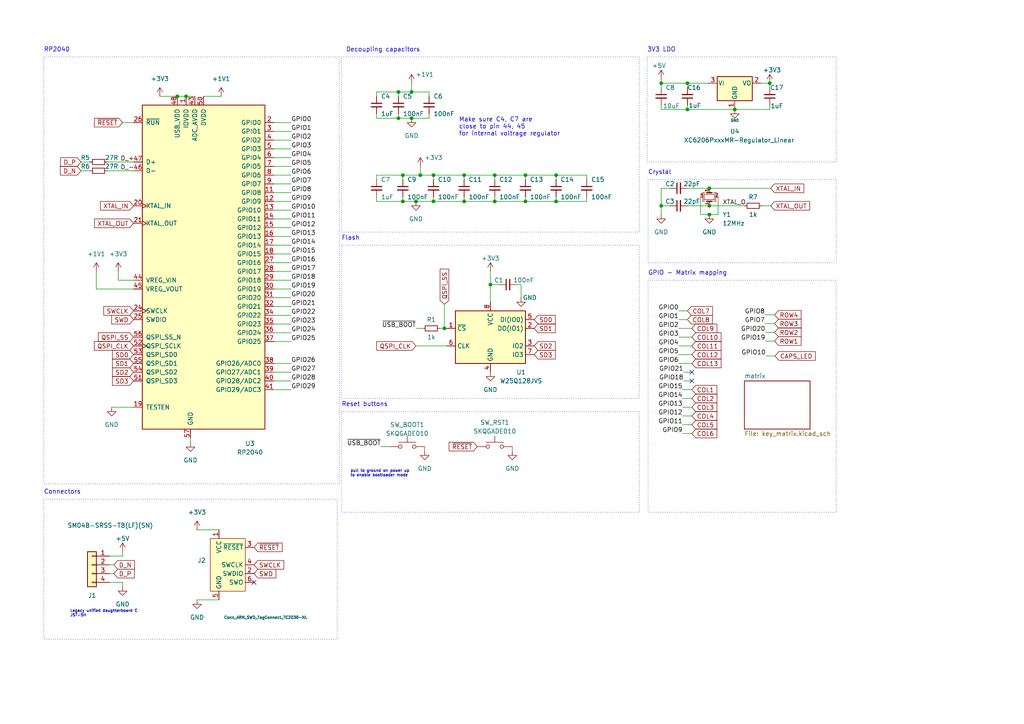
<source format=kicad_sch>
(kicad_sch (version 20231120) (generator "eeschema") (generator_version "8.0")
  (paper "A4")
  (title_block (title "Bully2040") (date "2023-06-23") (rev "0.2") (company "sporkus") (comment 1 "adding alps and layout options"))
  (lib_symbols
    (symbol "+5V_1" (power) (pin_names (offset 0))
      (property "Value" "+5V_1" (at 0 3.556 0))
      (symbol "+5V_1_0_1"
        (polyline (pts (xy -0.762 1.27) (xy 0 2.54)))
        (polyline (pts (xy 0 0) (xy 0 2.54)))
        (polyline (pts (xy 0 2.54) (xy 0.762 1.27)))
      )
      (symbol "+5V_1_1_1"
        (pin power_in line (at 0 0 90) (length 0) hide (name "+5V") (number "1"))
      )
    )
    (symbol "Connector:Conn_ARM_SWD_TagConnect_TC2030-NL" (in_bom no)
      (property "Reference" "J" (at 2.54 11.43 0))
      (property "Value" "Conn_ARM_SWD_TagConnect_TC2030-NL" (at 2.54 8.89 0))
      (symbol "Conn_ARM_SWD_TagConnect_TC2030-NL_0_0"
        (pin power_in line (at -2.54 10.16 270) (length 2.54) (name "VCC") (number "1"))
        (pin bidirectional line (at 7.62 -2.54 180) (length 2.54) (name "SWDIO") (number "2"))
        (pin open_collector line (at 7.62 5.08 180) (length 2.54) (name "~{RESET}") (number "3"))
        (pin output line (at 7.62 0 180) (length 2.54) (name "SWCLK") (number "4"))
        (pin power_in line (at -2.54 -10.16 90) (length 2.54) (name "GND") (number "5"))
        (pin input line (at 7.62 -5.08 180) (length 2.54) (name "SWO") (number "6"))
      )
      (symbol "Conn_ARM_SWD_TagConnect_TC2030-NL_0_1"
        (rectangle (start -5.08 7.62) (end 5.08 -7.62) (fill (type background)))
      )
    )
    (symbol "Connector_Generic:Conn_01x04" (pin_names (offset 1.016) hide)
      (property "Reference" "J" (at 0 5.08 0))
      (property "Value" "Conn_01x04" (at 0 -7.62 0))
      (symbol "Conn_01x04_1_1"
        (rectangle (start -1.27 -4.953) (end 0 -5.207) (stroke (width 0.1524)))
        (rectangle (start -1.27 -2.413) (end 0 -2.667) (stroke (width 0.1524)))
        (rectangle (start -1.27 0.127) (end 0 -0.127) (stroke (width 0.1524)))
        (rectangle (start -1.27 2.667) (end 0 2.413) (stroke (width 0.1524)))
        (rectangle (start -1.27 3.81) (end 1.27 -6.35) (stroke (width 0.254)) (fill (type background)))
        (pin passive line (at -5.08 2.54 0) (length 3.81) (name "Pin_1") (number "1"))
        (pin passive line (at -5.08 0 0) (length 3.81) (name "Pin_2") (number "2"))
        (pin passive line (at -5.08 -2.54 0) (length 3.81) (name "Pin_3") (number "3"))
        (pin passive line (at -5.08 -5.08 0) (length 3.81) (name "Pin_4") (number "4"))
      )
    )
    (symbol "Device:C_Small" (pin_numbers hide) (pin_names (offset 0.254) hide)
      (property "Reference" "C" (at 0.254 1.778 0))
      (property "Value" "C_Small" (at 0.254 -2.032 0))
      (symbol "C_Small_0_1"
        (polyline (pts (xy -1.524 -0.508) (xy 1.524 -0.508)) (stroke (width 0.3302)))
        (polyline (pts (xy -1.524 0.508) (xy 1.524 0.508)) (stroke (width 0.3048)))
      )
      (symbol "C_Small_1_1"
        (pin passive line (at 0 2.54 270) (length 2.032) (name "~") (number "1"))
        (pin passive line (at 0 -2.54 90) (length 2.032) (name "~") (number "2"))
      )
    )
    (symbol "Device:Crystal_GND24_Small" (pin_names (offset 1.016) hide)
      (property "Reference" "Y" (at 1.27 4.445 0))
      (property "Value" "Crystal_GND24_Small" (at 1.27 2.54 0))
      (symbol "Crystal_GND24_Small_0_1"
        (rectangle (start -0.762 -1.524) (end 0.762 1.524))
        (polyline (pts (xy -1.27 -0.762) (xy -1.27 0.762)) (stroke (width 0.381)))
        (polyline (pts (xy 1.27 -0.762) (xy 1.27 0.762)) (stroke (width 0.381)))
        (polyline (pts (xy -1.27 -1.27) (xy -1.27 -1.905) (xy 1.27 -1.905) (xy 1.27 -1.27)))
        (polyline (pts (xy -1.27 1.27) (xy -1.27 1.905) (xy 1.27 1.905) (xy 1.27 1.27)))
      )
      (symbol "Crystal_GND24_Small_1_1"
        (pin passive line (at -2.54 0 0) (length 1.27) (name "1") (number "1"))
        (pin passive line (at 0 -2.54 90) (length 0.635) (name "2") (number "2"))
        (pin passive line (at 2.54 0 180) (length 1.27) (name "3") (number "3"))
        (pin passive line (at 0 2.54 270) (length 0.635) (name "4") (number "4"))
      )
    )
    (symbol "Device:R_Small" (pin_numbers hide) (pin_names (offset 0.254) hide)
      (property "Reference" "R" (at 0.762 0.508 0))
      (property "Value" "R_Small" (at 0.762 -1.016 0))
      (symbol "R_Small_0_1"
        (rectangle (start -0.762 1.778) (end 0.762 -1.778) (stroke (width 0.2032)))
      )
      (symbol "R_Small_1_1"
        (pin passive line (at 0 2.54 270) (length 0.762) (name "~") (number "1"))
        (pin passive line (at 0 -2.54 90) (length 0.762) (name "~") (number "2"))
      )
    )
    (symbol "Memory_Flash:W25Q128JVS"
      (property "Reference" "U" (at -8.89 8.89 0))
      (property "Value" "W25Q128JVS" (at 7.62 8.89 0))
      (symbol "W25Q128JVS_0_1"
        (rectangle (start -10.16 7.62) (end 10.16 -7.62) (stroke (width 0.254)) (fill (type background)))
      )
      (symbol "W25Q128JVS_1_1"
        (pin input line (at -12.7 2.54 0) (length 2.54) (name "~{CS}") (number "1"))
        (pin bidirectional line (at 12.7 2.54 180) (length 2.54) (name "DO(IO1)") (number "2"))
        (pin bidirectional line (at 12.7 -2.54 180) (length 2.54) (name "IO2") (number "3"))
        (pin power_in line (at 0 -10.16 90) (length 2.54) (name "GND") (number "4"))
        (pin bidirectional line (at 12.7 5.08 180) (length 2.54) (name "DI(IO0)") (number "5"))
        (pin input line (at -12.7 -2.54 0) (length 2.54) (name "CLK") (number "6"))
        (pin bidirectional line (at 12.7 -5.08 180) (length 2.54) (name "IO3") (number "7"))
        (pin power_in line (at 0 10.16 270) (length 2.54) (name "VCC") (number "8"))
      )
    )
    (symbol "Sleep-lib:RP2040" (pin_names (offset 1.016))
      (property "Reference" "U" (at 8.89 51.435 0))
      (property "Value" "RP2040" (at 8.89 48.895 0))
      (symbol "RP2040_0_0"
        (rectangle (start -17.78 -45.72) (end 17.78 48.26) (stroke (width 0.254)) (fill (type background)))
      )
      (symbol "RP2040_1_1"
        (pin power_in line (at -5.08 50.8 270) (length 2.54) (name "IOVDD") (number "1"))
        (pin power_in line (at -5.08 50.8 270) (length 2.54) hide (name "IOVDD") (number "10"))
        (pin input line (at 20.32 22.86 180) (length 2.54) (name "GPIO8") (number "11"))
        (pin input line (at 20.32 20.32 180) (length 2.54) (name "GPIO9") (number "12"))
        (pin input line (at 20.32 17.78 180) (length 2.54) (name "GPIO10") (number "13"))
        (pin input line (at 20.32 15.24 180) (length 2.54) (name "GPIO11") (number "14"))
        (pin input line (at 20.32 12.7 180) (length 2.54) (name "GPIO12") (number "15"))
        (pin input line (at 20.32 10.16 180) (length 2.54) (name "GPIO13") (number "16"))
        (pin input line (at 20.32 7.62 180) (length 2.54) (name "GPIO14") (number "17"))
        (pin input line (at 20.32 5.08 180) (length 2.54) (name "GPIO15") (number "18"))
        (pin input line (at -20.32 -39.37 0) (length 2.54) (name "TESTEN") (number "19"))
        (pin input line (at 20.32 43.18 180) (length 2.54) (name "GPIO0") (number "2"))
        (pin input clock (at -20.32 19.05 0) (length 2.54) (name "XTAL_IN") (number "20"))
        (pin input clock (at -20.32 13.97 0) (length 2.54) (name "XTAL_OUT") (number "21"))
        (pin power_in line (at -5.08 50.8 270) (length 2.54) hide (name "IOVDD") (number "22"))
        (pin power_in line (at 0 50.8 270) (length 2.54) hide (name "DVDD") (number "23"))
        (pin input clock (at -20.32 -11.43 0) (length 2.54) (name "SWCLK") (number "24"))
        (pin bidirectional line (at -20.32 -13.97 0) (length 2.54) (name "SWDIO") (number "25"))
        (pin input line (at -20.32 43.18 0) (length 2.54) (name "~{RUN}") (number "26"))
        (pin input line (at 20.32 2.54 180) (length 2.54) (name "GPIO16") (number "27"))
        (pin input line (at 20.32 0 180) (length 2.54) (name "GPIO17") (number "28"))
        (pin input line (at 20.32 -2.54 180) (length 2.54) (name "GPIO18") (number "29"))
        (pin input line (at 20.32 40.64 180) (length 2.54) (name "GPIO1") (number "3"))
        (pin input line (at 20.32 -5.08 180) (length 2.54) (name "GPIO19") (number "30"))
        (pin input line (at 20.32 -7.62 180) (length 2.54) (name "GPIO20") (number "31"))
        (pin input line (at 20.32 -10.16 180) (length 2.54) (name "GPIO21") (number "32"))
        (pin power_in line (at -5.08 50.8 270) (length 2.54) hide (name "IOVDD") (number "33"))
        (pin input line (at 20.32 -12.7 180) (length 2.54) (name "GPIO22") (number "34"))
        (pin input line (at 20.32 -15.24 180) (length 2.54) (name "GPIO23") (number "35"))
        (pin input line (at 20.32 -17.78 180) (length 2.54) (name "GPIO24") (number "36"))
        (pin input line (at 20.32 -20.32 180) (length 2.54) (name "GPIO25") (number "37"))
        (pin input line (at 20.32 -26.67 180) (length 2.54) (name "GPIO26/ADC0") (number "38"))
        (pin input line (at 20.32 -29.21 180) (length 2.54) (name "GPIO27/ADC1") (number "39"))
        (pin input line (at 20.32 38.1 180) (length 2.54) (name "GPIO2") (number "4"))
        (pin input line (at 20.32 -31.75 180) (length 2.54) (name "GPIO28/ADC2") (number "40"))
        (pin input line (at 20.32 -34.29 180) (length 2.54) (name "GPIO29/ADC3") (number "41"))
        (pin power_in line (at -5.08 50.8 270) (length 2.54) hide (name "IOVDD") (number "42"))
        (pin power_in line (at -2.54 50.8 270) (length 2.54) (name "ADC_AVDD") (number "43"))
        (pin power_in line (at -20.32 -2.54 0) (length 2.54) (name "VREG_VIN") (number "44"))
        (pin power_out line (at -20.32 -5.08 0) (length 2.54) (name "VREG_VOUT") (number "45"))
        (pin bidirectional line (at -20.32 29.21 0) (length 2.54) (name "D-") (number "46"))
        (pin bidirectional line (at -20.32 31.75 0) (length 2.54) (name "D+") (number "47"))
        (pin power_in line (at -7.62 50.8 270) (length 2.54) (name "USB_VDD") (number "48"))
        (pin power_in line (at -5.08 50.8 270) (length 2.54) hide (name "IOVDD") (number "49"))
        (pin input line (at 20.32 35.56 180) (length 2.54) (name "GPIO3") (number "5"))
        (pin power_in line (at 0 50.8 270) (length 2.54) (name "DVDD") (number "50"))
        (pin bidirectional line (at -20.32 -31.75 0) (length 2.54) (name "QSPI_SD3") (number "51"))
        (pin input clock (at -20.32 -21.59 0) (length 2.54) (name "QSPI_SCLK") (number "52"))
        (pin bidirectional line (at -20.32 -24.13 0) (length 2.54) (name "QSPI_SD0") (number "53"))
        (pin bidirectional line (at -20.32 -29.21 0) (length 2.54) (name "QSPI_SD2") (number "54"))
        (pin bidirectional line (at -20.32 -26.67 0) (length 2.54) (name "QSPI_SD1") (number "55"))
        (pin bidirectional line (at -20.32 -19.05 0) (length 2.54) (name "QSPI_SS_N") (number "56"))
        (pin power_in line (at -3.81 -48.26 90) (length 2.54) (name "GND") (number "57"))
        (pin input line (at 20.32 33.02 180) (length 2.54) (name "GPIO4") (number "6"))
        (pin input line (at 20.32 30.48 180) (length 2.54) (name "GPIO5") (number "7"))
        (pin input line (at 20.32 27.94 180) (length 2.54) (name "GPIO6") (number "8"))
        (pin input line (at 20.32 25.4 180) (length 2.54) (name "GPIO7") (number "9"))
      )
    )
    (symbol "Switch:SW_Push" (pin_numbers hide) (pin_names (offset 1.016) hide)
      (property "Reference" "SW" (at 1.27 2.54 0))
      (property "Value" "SW_Push" (at 0 -1.524 0))
      (symbol "SW_Push_0_1"
        (circle (center -2.032 0) (radius 0.508))
        (polyline (pts (xy 0 1.27) (xy 0 3.048)))
        (polyline (pts (xy 2.54 1.27) (xy -2.54 1.27)))
        (circle (center 2.032 0) (radius 0.508))
        (pin passive line (at -5.08 0 0) (length 2.54) (name "1") (number "1"))
        (pin passive line (at 5.08 0 180) (length 2.54) (name "2") (number "2"))
      )
    )
    (symbol "kicad-keyboard-parts:XC6206PxxxMR-Regulator_Linear" (pin_names (offset 0.254))
      (property "Reference" "U" (at -3.81 3.175 0))
      (property "Value" "XC6206PxxxMR-Regulator_Linear" (at 0 3.175 0))
      (property "LCSC" "C5446" (at 0 0 0))
      (symbol "XC6206PxxxMR-Regulator_Linear_0_1"
        (rectangle (start -5.08 1.905) (end 5.08 -5.08) (stroke (width 0.254)) (fill (type background)))
      )
      (symbol "XC6206PxxxMR-Regulator_Linear_1_1"
        (pin power_in line (at 0 -7.62 90) (length 2.54) (name "GND") (number "1"))
        (pin power_out line (at 7.62 0 180) (length 2.54) (name "VO") (number "2"))
        (pin power_in line (at -7.62 0 0) (length 2.54) (name "VI") (number "3"))
      )
    )
    (symbol "power:+1V1" (power) (pin_names (offset 0))
      (property "Value" "+1V1" (at 0 3.556 0))
      (symbol "+1V1_0_1"
        (polyline (pts (xy -0.762 1.27) (xy 0 2.54)))
        (polyline (pts (xy 0 0) (xy 0 2.54)))
        (polyline (pts (xy 0 2.54) (xy 0.762 1.27)))
      )
      (symbol "+1V1_1_1"
        (pin power_in line (at 0 0 90) (length 0) hide (name "+1V1") (number "1"))
      )
    )
    (symbol "power:+3.3V" (power) (pin_names (offset 0))
      (property "Value" "+3.3V" (at 0 3.556 0))
      (symbol "+3.3V_0_1"
        (polyline (pts (xy -0.762 1.27) (xy 0 2.54)))
        (polyline (pts (xy 0 0) (xy 0 2.54)))
        (polyline (pts (xy 0 2.54) (xy 0.762 1.27)))
      )
      (symbol "+3.3V_1_1"
        (pin power_in line (at 0 0 90) (length 0) hide (name "+3V3") (number "1"))
      )
    )
    (symbol "power:+3V3" (power) (pin_names (offset 0))
      (property "Value" "+3V3" (at 0 3.556 0))
      (symbol "+3V3_0_1"
        (polyline (pts (xy -0.762 1.27) (xy 0 2.54)))
        (polyline (pts (xy 0 0) (xy 0 2.54)))
        (polyline (pts (xy 0 2.54) (xy 0.762 1.27)))
      )
      (symbol "+3V3_1_1"
        (pin power_in line (at 0 0 90) (length 0) hide (name "+3V3") (number "1"))
      )
    )
    (symbol "power:+5V" (power) (pin_names (offset 0))
      (property "Value" "+5V" (at 0 3.556 0))
      (symbol "+5V_0_1"
        (polyline (pts (xy -0.762 1.27) (xy 0 2.54)))
        (polyline (pts (xy 0 0) (xy 0 2.54)))
        (polyline (pts (xy 0 2.54) (xy 0.762 1.27)))
      )
      (symbol "+5V_1_1"
        (pin power_in line (at 0 0 90) (length 0) hide (name "+5V") (number "1"))
      )
    )
    (symbol "power:GND" (power) (pin_names (offset 0))
      (property "Value" "GND" (at 0 -3.81 0))
      (symbol "GND_0_1"
        (polyline (pts (xy 0 0) (xy 0 -1.27) (xy 1.27 -1.27) (xy 0 -2.54) (xy -1.27 -1.27) (xy 0 -1.27)))
      )
      (symbol "GND_1_1"
        (pin power_in line (at 0 0 270) (length 0) hide (name "GND") (number "1"))
      )
    )
  )
  (junction (at 205.74 62.23))
  (junction (at 205.74 59.69))
  (junction (at 53.975 27.94))
  (junction (at 120.65 58.42))
  (junction (at 116.84 58.42))
  (junction (at 134.62 58.42))
  (junction (at 134.62 50.8))
  (junction (at 143.51 58.42))
  (junction (at 152.4 50.8))
  (junction (at 143.51 50.8))
  (junction (at 128.905 95.25))
  (junction (at 152.4 58.42))
  (junction (at 116.84 50.8))
  (junction (at 142.24 82.55))
  (junction (at 199.39 31.75))
  (junction (at 115.57 26.67))
  (junction (at 191.77 24.13))
  (junction (at 191.77 59.69))
  (junction (at 223.266 24.13) (diameter 0.9144))
  (junction (at 121.92 50.8))
  (junction (at 125.73 50.8))
  (junction (at 51.435 27.94))
  (junction (at 125.73 58.42))
  (junction (at 161.29 58.42))
  (junction (at 115.57 34.29))
  (junction (at 213.106 31.75) (diameter 0.9144))
  (junction (at 161.29 50.8))
  (junction (at 119.38 26.67))
  (junction (at 205.74 54.61))
  (junction (at 199.39 24.13))
  (junction (at 119.38 34.29))
  (no_connect (at 73.66 168.91))
  (no_connect (at 200.66 107.95))
  (no_connect (at 200.66 110.49))
  (wire (pts (xy 196.85 102.87) (xy 200.66 102.87)))
  (wire (pts (xy 196.85 90.17) (xy 199.39 90.17)))
  (wire (pts (xy 84.455 86.36) (xy 79.375 86.36)))
  (wire (pts (xy 35.56 168.91) (xy 31.75 168.91)))
  (wire (pts (xy 119.38 24.13) (xy 119.38 26.67)))
  (wire (pts (xy 191.77 22.86) (xy 191.77 24.13)))
  (wire (pts (xy 121.92 48.26) (xy 121.92 50.8)))
  (wire (pts (xy 125.73 50.8) (xy 134.62 50.8)))
  (wire (pts (xy 134.62 50.8) (xy 134.62 52.07)))
  (wire (pts (xy 23.495 49.53) (xy 26.035 49.53)))
  (wire (pts (xy 63.5 153.67) (xy 57.15 153.67)))
  (wire (pts (xy 79.375 83.82) (xy 84.455 83.82)))
  (wire (pts (xy 199.39 59.69) (xy 205.74 59.69)))
  (wire (pts (xy 205.74 59.69) (xy 215.9 59.69)))
  (wire (pts (xy 220.98 59.69) (xy 223.52 59.69)))
  (wire (pts (xy 191.77 24.13) (xy 199.39 24.13)))
  (wire (pts (xy 152.4 50.8) (xy 161.29 50.8)))
  (wire (pts (xy 161.29 50.8) (xy 161.29 52.07)))
  (wire (pts (xy 143.51 50.8) (xy 152.4 50.8)))
  (wire (pts (xy 134.62 50.8) (xy 143.51 50.8)))
  (wire (pts (xy 79.375 53.34) (xy 84.455 53.34)))
  (wire (pts (xy 191.77 59.69) (xy 191.77 62.23)))
  (wire (pts (xy 221.996 98.933) (xy 224.663 98.933)))
  (wire (pts (xy 84.455 110.49) (xy 79.375 110.49)))
  (wire (pts (xy 55.245 127) (xy 55.245 128.397)))
  (wire (pts (xy 84.455 91.44) (xy 79.375 91.44)))
  (wire (pts (xy 128.905 95.25) (xy 129.54 95.25)))
  (wire (pts (xy 221.996 96.393) (xy 224.663 96.393)))
  (wire (pts (xy 31.115 46.99) (xy 38.735 46.99)))
  (wire (pts (xy 33.02 163.83) (xy 31.75 163.83)))
  (wire (pts (xy 221.869 91.313) (xy 224.663 91.313)))
  (wire (pts (xy 127.635 95.25) (xy 128.905 95.25)))
  (wire (pts (xy 198.247 110.49) (xy 200.66 110.49)))
  (wire (pts (xy 199.39 30.48) (xy 199.39 31.75)))
  (wire (pts (xy 191.77 25.4) (xy 191.77 24.13)))
  (wire (pts (xy 203.2 57.15) (xy 203.2 62.23)))
  (wire (pts (xy 203.2 62.23) (xy 205.74 62.23)))
  (wire (pts (xy 59.055 27.94) (xy 64.135 27.94)))
  (wire (pts (xy 84.455 113.03) (xy 79.375 113.03)))
  (wire (pts (xy 34.29 78.74) (xy 34.29 81.28)))
  (wire (pts (xy 115.57 33.02) (xy 115.57 34.29)))
  (wire (pts (xy 23.495 46.99) (xy 26.035 46.99)))
  (wire (pts (xy 35.56 160.02) (xy 35.56 161.29)))
  (wire (pts (xy 51.435 27.94) (xy 53.975 27.94)))
  (wire (pts (xy 46.355 27.94) (xy 51.435 27.94)))
  (wire (pts (xy 53.975 27.94) (xy 56.515 27.94)))
  (wire (pts (xy 208.28 62.23) (xy 205.74 62.23)))
  (wire (pts (xy 208.28 57.15) (xy 208.28 62.23)))
  (wire (pts (xy 151.13 82.55) (xy 151.13 86.36)))
  (wire (pts (xy 79.375 68.58) (xy 84.455 68.58)))
  (wire (pts (xy 191.77 59.69) (xy 194.31 59.69)))
  (wire (pts (xy 194.31 54.61) (xy 191.77 54.61)))
  (wire (pts (xy 191.77 54.61) (xy 191.77 59.69)))
  (wire (pts (xy 79.375 40.64) (xy 84.455 40.64)))
  (wire (pts (xy 128.905 88.265) (xy 128.905 95.25)))
  (wire (pts (xy 34.29 81.28) (xy 38.735 81.28)))
  (wire (pts (xy 79.375 45.72) (xy 84.455 45.72)))
  (wire (pts (xy 213.106 31.75) (xy 223.266 31.75)))
  (wire (pts (xy 79.375 76.2) (xy 84.455 76.2)))
  (wire (pts (xy 32.385 118.11) (xy 38.735 118.11)))
  (wire (pts (xy 120.65 95.25) (xy 122.555 95.25)))
  (wire (pts (xy 222.123 103.251) (xy 224.79 103.251)))
  (wire (pts (xy 125.73 58.42) (xy 134.62 58.42)))
  (wire (pts (xy 134.62 58.42) (xy 134.62 57.15)))
  (wire (pts (xy 142.24 82.55) (xy 142.24 87.63)))
  (wire (pts (xy 149.86 82.55) (xy 151.13 82.55)))
  (wire (pts (xy 33.02 166.37) (xy 31.75 166.37)))
  (wire (pts (xy 143.51 50.8) (xy 143.51 52.07)))
  (wire (pts (xy 84.455 93.98) (xy 79.375 93.98)))
  (wire (pts (xy 79.375 81.28) (xy 84.455 81.28)))
  (wire (pts (xy 191.77 30.48) (xy 191.77 31.75)))
  (wire (pts (xy 143.51 57.15) (xy 143.51 58.42)))
  (wire (pts (xy 116.84 57.15) (xy 116.84 58.42)))
  (wire (pts (xy 79.375 66.04) (xy 84.455 66.04)))
  (wire (pts (xy 196.85 97.79) (xy 200.66 97.79)))
  (wire (pts (xy 119.38 34.29) (xy 124.46 34.29)))
  (wire (pts (xy 124.46 34.29) (xy 124.46 33.02)))
  (wire (pts (xy 161.29 50.8) (xy 170.18 50.8)))
  (wire (pts (xy 170.18 50.8) (xy 170.18 52.07)))
  (wire (pts (xy 191.77 31.75) (xy 199.39 31.75)))
  (wire (pts (xy 197.993 115.57) (xy 200.66 115.57)))
  (wire (pts (xy 79.375 35.56) (xy 84.455 35.56)))
  (wire (pts (xy 84.455 105.41) (xy 79.375 105.41)))
  (wire (pts (xy 79.375 43.18) (xy 84.455 43.18)))
  (wire (pts (xy 223.266 24.13) (xy 223.266 25.4)))
  (wire (pts (xy 109.22 50.8) (xy 116.84 50.8)))
  (wire (pts (xy 116.84 50.8) (xy 116.84 52.07)))
  (wire (pts (xy 109.22 58.42) (xy 116.84 58.42)))
  (wire (pts (xy 125.73 58.42) (xy 125.73 57.15)))
  (wire (pts (xy 120.65 100.33) (xy 129.54 100.33)))
  (wire (pts (xy 152.4 50.8) (xy 152.4 52.07)))
  (wire (pts (xy 148.59 129.54) (xy 148.59 130.81)))
  (wire (pts (xy 125.73 50.8) (xy 125.73 52.07)))
  (wire (pts (xy 196.85 105.41) (xy 200.66 105.41)))
  (wire (pts (xy 142.24 78.74) (xy 142.24 82.55)))
  (wire (pts (xy 152.4 58.42) (xy 161.29 58.42)))
  (wire (pts (xy 143.51 58.42) (xy 152.4 58.42)))
  (wire (pts (xy 161.29 58.42) (xy 161.29 57.15)))
  (wire (pts (xy 134.62 58.42) (xy 143.51 58.42)))
  (wire (pts (xy 110.49 129.54) (xy 113.03 129.54)))
  (wire (pts (xy 79.375 50.8) (xy 84.455 50.8)))
  (wire (pts (xy 119.38 26.67) (xy 124.46 26.67)))
  (wire (pts (xy 124.46 26.67) (xy 124.46 27.94)))
  (wire (pts (xy 152.4 57.15) (xy 152.4 58.42)))
  (wire (pts (xy 109.22 34.29) (xy 115.57 34.29)))
  (wire (pts (xy 109.22 33.02) (xy 109.22 34.29)))
  (wire (pts (xy 27.94 78.74) (xy 27.94 83.82)))
  (wire (pts (xy 115.57 26.67) (xy 115.57 27.94)))
  (wire (pts (xy 109.22 57.15) (xy 109.22 58.42)))
  (wire (pts (xy 84.455 107.95) (xy 79.375 107.95)))
  (wire (pts (xy 221.869 93.853) (xy 224.663 93.853)))
  (wire (pts (xy 79.375 78.74) (xy 84.455 78.74)))
  (wire (pts (xy 223.266 30.48) (xy 223.266 31.75)))
  (wire (pts (xy 197.993 125.73) (xy 200.66 125.73)))
  (wire (pts (xy 123.19 129.54) (xy 123.19 130.81)))
  (wire (pts (xy 79.375 71.12) (xy 84.455 71.12)))
  (wire (pts (xy 199.39 24.13) (xy 205.486 24.13)))
  (wire (pts (xy 116.84 58.42) (xy 120.65 58.42)))
  (wire (pts (xy 79.375 48.26) (xy 84.455 48.26)))
  (wire (pts (xy 170.18 58.42) (xy 170.18 57.15)))
  (wire (pts (xy 161.29 58.42) (xy 170.18 58.42)))
  (wire (pts (xy 79.375 73.66) (xy 84.455 73.66)))
  (wire (pts (xy 197.993 123.19) (xy 200.66 123.19)))
  (wire (pts (xy 35.56 35.56) (xy 38.735 35.56)))
  (wire (pts (xy 198.247 107.95) (xy 200.66 107.95)))
  (wire (pts (xy 142.24 82.55) (xy 144.78 82.55)))
  (wire (pts (xy 35.56 170.18) (xy 35.56 168.91)))
  (wire (pts (xy 84.455 88.9) (xy 79.375 88.9)))
  (wire (pts (xy 199.39 24.13) (xy 199.39 25.4)))
  (wire (pts (xy 197.993 120.65) (xy 200.66 120.65)))
  (wire (pts (xy 220.726 24.13) (xy 223.266 24.13)))
  (wire (pts (xy 199.39 54.61) (xy 205.74 54.61)))
  (wire (pts (xy 35.56 161.29) (xy 31.75 161.29)))
  (wire (pts (xy 79.375 60.96) (xy 84.455 60.96)))
  (wire (pts (xy 115.57 34.29) (xy 119.38 34.29)))
  (wire (pts (xy 197.993 118.11) (xy 200.66 118.11)))
  (wire (pts (xy 199.39 31.75) (xy 213.106 31.75)))
  (wire (pts (xy 115.57 26.67) (xy 109.22 26.67)))
  (wire (pts (xy 119.38 26.67) (xy 115.57 26.67)))
  (wire (pts (xy 109.22 26.67) (xy 109.22 27.94)))
  (wire (pts (xy 79.375 38.1) (xy 84.455 38.1)))
  (wire (pts (xy 84.455 99.06) (xy 79.375 99.06)))
  (wire (pts (xy 197.993 113.03) (xy 200.66 113.03)))
  (wire (pts (xy 196.85 92.71) (xy 199.39 92.71)))
  (wire (pts (xy 109.22 52.07) (xy 109.22 50.8)))
  (wire (pts (xy 79.375 63.5) (xy 84.455 63.5)))
  (wire (pts (xy 116.84 50.8) (xy 121.92 50.8)))
  (wire (pts (xy 121.92 50.8) (xy 125.73 50.8)))
  (wire (pts (xy 196.85 100.33) (xy 200.66 100.33)))
  (wire (pts (xy 27.94 83.82) (xy 38.735 83.82)))
  (wire (pts (xy 79.375 58.42) (xy 84.455 58.42)))
  (wire (pts (xy 84.455 96.52) (xy 79.375 96.52)))
  (wire (pts (xy 120.65 58.42) (xy 125.73 58.42)))
  (wire (pts (xy 31.115 49.53) (xy 38.735 49.53)))
  (wire (pts (xy 205.74 54.61) (xy 223.52 54.61)))
  (wire (pts (xy 196.85 95.25) (xy 200.66 95.25)))
  (wire (pts (xy 79.375 55.88) (xy 84.455 55.88)))
  (wire (pts (xy 63.5 173.99) (xy 57.15 173.99)))
  (rectangle (start 99.06 119.38) (end 185.42 148.59) (stroke (width 0) (type dot)))
  (rectangle (start 187.96 81.28) (end 242.57 148.59) (stroke (width 0) (type dot)))
  (rectangle (start 12.7 144.78) (end 97.79 185.42) (stroke (width 0) (type dot)))
  (rectangle (start 187.706 16.51) (end 242.57 46.99) (stroke (width 0) (type dot)))
  (rectangle (start 12.7 16.51) (end 98.425 140.335) (stroke (width 0) (type dot)))
  (rectangle (start 187.96 52.07) (end 242.57 76.2) (stroke (width 0) (type dot)))
  (rectangle (start 99.06 16.51) (end 185.42 67.31) (stroke (width 0) (type dot)))
  (rectangle (start 99.06 71.12) (end 185.42 115.57) (stroke (width 0) (type dot)))
  (text "pull to ground on power up \nto enable bootloader mode" (at 101.6 138.43 0) (effects (font (size 0.8 0.8)) (justify left bottom)))
  (text "Legacy unified daughterboard C\nJST-SH" (at 20.32 179.07 0) (effects (font (size 0.8 0.8)) (justify left bottom)))
  (text "Flash" (at 99.06 69.85 0) (effects (font (size 1.27 1.27)) (justify left bottom)))
  (text "RP2040" (at 12.7 15.24 0) (effects (font (size 1.27 1.27)) (justify left bottom)))
  (text "3V3 LDO" (at 187.706 15.24 0) (effects (font (size 1.27 1.27)) (justify left bottom)))
  (text "GPIO - Matrix mapping" (at 187.96 80.01 0) (effects (font (size 1.27 1.27)) (justify left bottom)))
  (text "Decoupling capacitors" (at 100.33 15.24 0) (effects (font (size 1.27 1.27)) (justify left bottom)))
  (text "Connectors" (at 12.7 143.51 0) (effects (font (size 1.27 1.27)) (justify left bottom)))
  (text "Make sure C4, C7 are \nclose to pin 44, 45\nfor internal voltrage regulator" (at 133.096 39.624 0) (effects (font (size 1.27 1.27)) (justify left bottom)))
  (text "Crystal" (at 187.96 50.8 0) (effects (font (size 1.27 1.27)) (justify left bottom)))
  (text "Reset buttons" (at 99.06 118.11 0) (effects (font (size 1.27 1.27)) (justify left bottom)))
  (label "GPIO28" (at 84.455 110.49 0))
  (label "GPIO18" (at 84.455 81.28 0))
  (label "GPIO5" (at 84.455 48.26 0))
  (label "GPIO20" (at 221.996 96.393 180))
  (label "GPIO7" (at 221.869 93.853 180))
  (label "GPIO4" (at 196.85 100.33 180))
  (label "GPIO8" (at 84.455 55.88 0))
  (label "GPIO20" (at 84.455 86.36 0))
  (label "GPIO12" (at 197.993 120.65 180))
  (label "GPIO19" (at 221.996 98.933 180))
  (label "GPIO25" (at 84.455 99.06 0))
  (label "GPIO8" (at 221.869 91.313 180))
  (label "GPIO12" (at 84.455 66.04 0))
  (label "GPIO21" (at 198.247 107.95 180))
  (label "GPIO4" (at 84.455 45.72 0))
  (label "GPIO11" (at 84.455 63.5 0))
  (label "GPIO2" (at 84.455 40.64 0))
  (label "GPIO14" (at 197.993 115.57 180))
  (label "GPIO9" (at 84.455 58.42 0))
  (label "GPIO17" (at 84.455 78.74 0))
  (label "GPIO6" (at 196.85 105.41 180))
  (label "GPIO10" (at 222.123 103.251 180))
  (label "XTAL_O" (at 209.55 59.69 0))
  (label "GPIO2" (at 196.85 95.25 180))
  (label "GPIO3" (at 84.455 43.18 0))
  (label "GPIO29" (at 84.455 113.03 0))
  (label "GPIO13" (at 84.455 68.58 0))
  (label "GPIO15" (at 84.455 73.66 0))
  (label "D_-" (at 34.925 49.53 0))
  (label "GPIO0" (at 196.85 90.17 180))
  (label "GPIO21" (at 84.455 88.9 0))
  (label "GPIO5" (at 196.85 102.87 180))
  (label "GPIO27" (at 84.455 107.95 0))
  (label "GPIO22" (at 84.455 91.44 0))
  (label "GPIO26" (at 84.455 105.41 0))
  (label "GPIO7" (at 84.455 53.34 0))
  (label "D_+" (at 34.925 46.99 0))
  (label "GPIO11" (at 197.993 123.19 180))
  (label "GPIO9" (at 197.993 125.73 180))
  (label "~{USB_BOOT}" (at 120.65 95.25 180))
  (label "~{USB_BOOT}" (at 110.49 129.54 180))
  (label "GPIO1" (at 196.85 92.71 180))
  (label "GPIO23" (at 84.455 93.98 0))
  (label "GPIO18" (at 198.247 110.49 180))
  (label "GPIO6" (at 84.455 50.8 0))
  (label "GPIO19" (at 84.455 83.82 0))
  (label "GPIO16" (at 84.455 76.2 0))
  (label "GPIO13" (at 197.993 118.11 180))
  (label "GPIO24" (at 84.455 96.52 0))
  (label "GPIO15" (at 197.993 113.03 180))
  (label "GPIO0" (at 84.455 35.56 0))
  (label "GPIO3" (at 196.85 97.79 180))
  (label "GPIO14" (at 84.455 71.12 0))
  (label "GPIO1" (at 84.455 38.1 0))
  (label "GPIO10" (at 84.455 60.96 0))
  (global_label "COL9" (shape input) (at 200.66 95.25 0) (property "Intersheetrefs" "${INTERSHEET_REFS}" (effects (hide yes))))
  (global_label "COL11" (shape input) (at 200.66 100.33 0) (property "Intersheetrefs" "${INTERSHEET_REFS}" (effects (hide yes))))
  (global_label "ROW1" (shape input) (at 224.663 98.933 0) (property "Intersheetrefs" "${INTERSHEET_REFS}" (effects (hide yes))))
  (global_label "SWCLK" (shape input) (at 38.735 90.17 180) (property "Intersheetrefs" "${INTERSHEET_REFS}" (effects (hide yes))))
  (global_label "D_P" (shape input) (at 33.02 166.37 0) (property "Intersheetrefs" "${INTERSHEET_REFS}" (effects (hide yes))))
  (global_label "COL6" (shape input) (at 200.66 125.73 0) (property "Intersheetrefs" "${INTERSHEET_REFS}" (effects (hide yes))))
  (global_label "COL7" (shape input) (at 199.39 90.17 0) (property "Intersheetrefs" "${INTERSHEET_REFS}" (effects (hide yes))))
  (global_label "COL3" (shape input) (at 200.66 118.11 0) (property "Intersheetrefs" "${INTERSHEET_REFS}" (effects (hide yes))))
  (global_label "QSPI_CLK" (shape input) (at 120.65 100.33 180) (property "Intersheetrefs" "${INTERSHEET_REFS}" (effects (hide yes))))
  (global_label "ROW2" (shape input) (at 224.663 96.393 0) (property "Intersheetrefs" "${INTERSHEET_REFS}" (effects (hide yes))))
  (global_label "SD0" (shape input) (at 38.735 102.87 180) (property "Intersheetrefs" "${INTERSHEET_REFS}" (effects (hide yes))))
  (global_label "XTAL_IN" (shape input) (at 38.735 59.69 180) (property "Intersheetrefs" "${INTERSHEET_REFS}" (effects (hide yes))))
  (global_label "D_P" (shape input) (at 23.495 46.99 180) (property "Intersheetrefs" "${INTERSHEET_REFS}" (effects (hide yes))))
  (global_label "SWD" (shape input) (at 73.66 166.37 0) (property "Intersheetrefs" "${INTERSHEET_REFS}" (effects (hide yes))))
  (global_label "D_N" (shape input) (at 33.02 163.83 0) (property "Intersheetrefs" "${INTERSHEET_REFS}" (effects (hide yes))))
  (global_label "QSPI_SS" (shape input) (at 128.905 88.265 90) (property "Intersheetrefs" "${INTERSHEET_REFS}" (effects (hide yes))))
  (global_label "D_N" (shape input) (at 23.495 49.53 180) (property "Intersheetrefs" "${INTERSHEET_REFS}" (effects (hide yes))))
  (global_label "COL4" (shape input) (at 200.66 120.65 0) (property "Intersheetrefs" "${INTERSHEET_REFS}" (effects (hide yes))))
  (global_label "XTAL_IN" (shape input) (at 223.52 54.61 0) (property "Intersheetrefs" "${INTERSHEET_REFS}" (effects (hide yes))))
  (global_label "XTAL_OUT" (shape input) (at 38.735 64.77 180) (property "Intersheetrefs" "${INTERSHEET_REFS}" (effects (hide yes))))
  (global_label "COL12" (shape input) (at 200.66 102.87 0) (property "Intersheetrefs" "${INTERSHEET_REFS}" (effects (hide yes))))
  (global_label "SWCLK" (shape input) (at 73.66 163.83 0) (property "Intersheetrefs" "${INTERSHEET_REFS}" (effects (hide yes))))
  (global_label "SD1" (shape input) (at 38.735 105.41 180) (property "Intersheetrefs" "${INTERSHEET_REFS}" (effects (hide yes))))
  (global_label "~{RESET}" (shape input) (at 138.43 129.54 180) (property "Intersheetrefs" "${INTERSHEET_REFS}" (effects (hide yes))))
  (global_label "XTAL_OUT" (shape input) (at 223.52 59.69 0) (property "Intersheetrefs" "${INTERSHEET_REFS}" (effects (hide yes))))
  (global_label "ROW3" (shape input) (at 224.663 93.853 0) (property "Intersheetrefs" "${INTERSHEET_REFS}" (effects (hide yes))))
  (global_label "COL13" (shape input) (at 200.66 105.41 0) (property "Intersheetrefs" "${INTERSHEET_REFS}" (effects (hide yes))))
  (global_label "CAPS_LED" (shape input) (at 224.79 103.251 0) (property "Intersheetrefs" "${INTERSHEET_REFS}" (effects (hide yes))))
  (global_label "QSPI_SS" (shape input) (at 38.735 97.79 180) (property "Intersheetrefs" "${INTERSHEET_REFS}" (effects (hide yes))))
  (global_label "COL1" (shape input) (at 200.66 113.03 0) (property "Intersheetrefs" "${INTERSHEET_REFS}" (effects (hide yes))))
  (global_label "COL5" (shape input) (at 200.66 123.19 0) (property "Intersheetrefs" "${INTERSHEET_REFS}" (effects (hide yes))))
  (global_label "SWD" (shape input) (at 38.735 92.71 180) (property "Intersheetrefs" "${INTERSHEET_REFS}" (effects (hide yes))))
  (global_label "SD1" (shape input) (at 154.94 95.25 0) (property "Intersheetrefs" "${INTERSHEET_REFS}" (effects (hide yes))))
  (global_label "SD3" (shape input) (at 38.735 110.49 180) (property "Intersheetrefs" "${INTERSHEET_REFS}" (effects (hide yes))))
  (global_label "~{RESET}" (shape input) (at 73.66 158.75 0) (property "Intersheetrefs" "${INTERSHEET_REFS}" (effects (hide yes))))
  (global_label "COL2" (shape input) (at 200.66 115.57 0) (property "Intersheetrefs" "${INTERSHEET_REFS}" (effects (hide yes))))
  (global_label "QSPI_CLK" (shape input) (at 38.735 100.33 180) (property "Intersheetrefs" "${INTERSHEET_REFS}" (effects (hide yes))))
  (global_label "ROW4" (shape input) (at 224.663 91.313 0) (property "Intersheetrefs" "${INTERSHEET_REFS}" (effects (hide yes))))
  (global_label "SD2" (shape input) (at 38.735 107.95 180) (property "Intersheetrefs" "${INTERSHEET_REFS}" (effects (hide yes))))
  (global_label "SD2" (shape input) (at 154.94 100.33 0) (property "Intersheetrefs" "${INTERSHEET_REFS}" (effects (hide yes))))
  (global_label "COL8" (shape input) (at 199.39 92.71 0) (property "Intersheetrefs" "${INTERSHEET_REFS}" (effects (hide yes))))
  (global_label "COL10" (shape input) (at 200.66 97.79 0) (property "Intersheetrefs" "${INTERSHEET_REFS}" (effects (hide yes))))
  (global_label "SD3" (shape input) (at 154.94 102.87 0) (property "Intersheetrefs" "${INTERSHEET_REFS}" (effects (hide yes))))
  (global_label "SD0" (shape input) (at 154.94 92.71 0) (property "Intersheetrefs" "${INTERSHEET_REFS}" (effects (hide yes))))
  (global_label "~{RESET}" (shape input) (at 35.56 35.56 180) (property "Intersheetrefs" "${INTERSHEET_REFS}" (effects (hide yes))))
  (symbol (lib_id "Device:C_Small") (at 143.51 54.61 0) (unit 1)
    (property "Reference" "C12" (at 144.78 52.0699 0) (effects (justify left)))
    (property "Value" "100nF" (at 144.78 57.1499 0) (effects (justify left)))
    (property "Footprint" "Capacitor_SMD:C_0402_1005Metric" (effects (hide yes)))
  )
  (symbol (lib_id "power:+3V3") (at 142.24 78.74 0) (unit 1)
    (property "Reference" "#PWR01" (effects (hide yes)))
    (property "Value" "+3V3" (at 142.24 74.93 0))
  )
  (symbol (lib_id "Sleep-lib:RP2040") (at 59.055 78.74 0) (unit 1)
    (property "Reference" "U3" (at 72.517 128.651 0))
    (property "Value" "RP2040" (at 72.517 131.191 0))
    (property "Footprint" "Sleep-lib:RP2040-QFN-56" (effects (hide yes)))
    (property "Datasheet" "https://datasheets.raspberrypi.com/rp2040/rp2040-datasheet.pdf" (effects (hide yes)))
    (property "LCSC" "C2040" (effects (hide yes)))
  )
  (symbol (lib_id "Switch:SW_Push") (at 143.51 129.54 0) (mirror y) (unit 1)
    (property "Reference" "SW_RST1" (at 143.51 122.555 0))
    (property "Value" "SKQGADE010" (at 143.51 125.095 0))
    (property "Footprint" "Button_Switch_SMD:SW_SPST_SKQG_WithoutStem" (effects (hide yes)))
    (property "LCSC" "C116647" (effects (hide yes)))
  )
  (symbol (lib_id "power:GND") (at 120.65 58.42 0) (unit 1)
    (property "Reference" "#PWR026" (effects (hide yes)))
    (property "Value" "GND" (at 120.65 63.5 0))
  )
  (symbol (lib_id "Device:C_Small") (at 109.22 54.61 0) (unit 1)
    (property "Reference" "C7" (at 110.49 52.0699 0) (effects (justify left)))
    (property "Value" "1uF" (at 110.49 57.1499 0) (effects (justify left)))
    (property "Footprint" "Capacitor_SMD:C_0402_1005Metric" (effects (hide yes)))
  )
  (symbol (lib_id "power:GND") (at 205.74 62.23 0) (unit 1)
    (property "Reference" "#PWR013" (effects (hide yes)))
    (property "Value" "GND" (at 205.74 67.31 0))
  )
  (symbol (lib_id "Device:C_Small") (at 170.18 54.61 0) (unit 1)
    (property "Reference" "C15" (at 171.45 52.0699 0) (effects (justify left)))
    (property "Value" "100nF" (at 171.45 57.1499 0) (effects (justify left)))
    (property "Footprint" "Capacitor_SMD:C_0402_1005Metric" (effects (hide yes)))
  )
  (symbol (lib_id "power:GND") (at 55.245 128.397 0) (unit 1)
    (property "Reference" "#PWR032" (effects (hide yes)))
    (property "Value" "GND" (at 55.245 133.477 0))
  )
  (symbol (lib_id "power:GND") (at 142.24 107.95 0) (unit 1)
    (property "Reference" "#PWR011" (effects (hide yes)))
    (property "Value" "GND" (at 142.24 113.03 0))
  )
  (symbol (lib_id "Switch:SW_Push") (at 118.11 129.54 0) (mirror y) (unit 1)
    (property "Reference" "SW_BOOT1" (at 118.11 123.19 0))
    (property "Value" "SKQGADE010" (at 118.11 125.73 0))
    (property "Footprint" "Button_Switch_SMD:SW_SPST_SKQG_WithoutStem" (effects (hide yes)))
    (property "LCSC" "C116647" (effects (hide yes)))
  )
  (symbol (lib_id "Device:C_Small") (at 109.22 30.48 0) (unit 1)
    (property "Reference" "C4" (at 110.49 27.9399 0) (effects (justify left)))
    (property "Value" "1uF" (at 110.49 33.0199 0) (effects (justify left)))
    (property "Footprint" "Capacitor_SMD:C_0402_1005Metric" (effects (hide yes)))
  )
  (symbol (lib_id "power:+3V3") (at 34.29 78.74 0) (unit 1)
    (property "Reference" "#PWR017" (effects (hide yes)))
    (property "Value" "+3V3" (at 34.29 73.66 0))
  )
  (symbol (lib_id "power:GND") (at 213.106 31.75 0) (unit 1)
    (property "Reference" "#PWR027" (effects (hide yes)))
    (property "Value" "GND" (at 213.106 34.925 0) (effects (font (size 0.762 0.762))))
  )
  (symbol (lib_id "Device:C_Small") (at 147.32 82.55 90) (unit 1)
    (property "Reference" "C1" (at 146.0499 81.28 90) (effects (justify left)))
    (property "Value" "100nF" (at 154.9399 81.28 90) (effects (justify left)))
    (property "Footprint" "Capacitor_SMD:C_0402_1005Metric" (effects (hide yes)))
  )
  (symbol (lib_id "Device:C_Small") (at 196.85 59.69 90) (unit 1)
    (property "Reference" "C3" (at 194.31 58.42 90))
    (property "Value" "22pF" (at 200.66 58.42 90))
    (property "Footprint" "Capacitor_SMD:C_0402_1005Metric" (effects (hide yes)))
  )
  (symbol (lib_id "Device:C_Small") (at 223.266 27.94 180) (unit 1)
    (property "Reference" "C17" (at 225.298 25.4 0))
    (property "Value" "1uF" (at 225.298 30.734 0))
    (property "Footprint" "Capacitor_SMD:C_0402_1005Metric" (effects (hide yes)))
  )
  (symbol (lib_id "power:+3V3") (at 121.92 48.26 0) (unit 1)
    (property "Reference" "#PWR020" (effects (hide yes)))
    (property "Value" "+3V3" (at 125.73 45.72 0))
  )
  (symbol (lib_id "power:GND") (at 191.77 62.23 0) (unit 1)
    (property "Reference" "#PWR016" (effects (hide yes)))
    (property "Value" "GND" (at 191.77 67.31 0))
  )
  (symbol (lib_id "Device:C_Small") (at 161.29 54.61 0) (unit 1)
    (property "Reference" "C14" (at 162.56 52.0699 0) (effects (justify left)))
    (property "Value" "100nF" (at 162.56 57.1499 0) (effects (justify left)))
    (property "Footprint" "Capacitor_SMD:C_0402_1005Metric" (effects (hide yes)))
  )
  (symbol (lib_id "power:+1V1") (at 27.94 78.74 0) (unit 1)
    (property "Reference" "#PWR018" (effects (hide yes)))
    (property "Value" "+1V1" (at 27.94 73.66 0))
  )
  (symbol (lib_id "Device:C_Small") (at 191.77 27.94 0) (unit 1)
    (property "Reference" "C8" (at 193.04 25.3999 0) (effects (justify left)))
    (property "Value" "10uF" (at 192.278 30.734 0) (effects (justify left)))
    (property "Footprint" "Capacitor_SMD:C_0402_1005Metric" (effects (hide yes)))
  )
  (symbol (lib_id "power:+5V") (at 191.77 22.86 0) (unit 1)
    (property "Reference" "#PWR023" (effects (hide yes)))
    (property "Value" "+5V" (at 191.135 19.05 0))
  )
  (symbol (lib_id "power:GND") (at 151.13 86.36 0) (unit 1)
    (property "Reference" "#PWR02" (effects (hide yes)))
    (property "Value" "GND" (at 153.67 86.36 0))
  )
  (symbol (lib_id "Device:C_Small") (at 196.85 54.61 90) (unit 1)
    (property "Reference" "C2" (at 194.31 53.34 90))
    (property "Value" "22pF" (at 200.66 53.34 90))
    (property "Footprint" "Capacitor_SMD:C_0402_1005Metric" (effects (hide yes)))
  )
  (symbol (lib_id "Device:C_Small") (at 134.62 54.61 0) (unit 1)
    (property "Reference" "C11" (at 135.89 52.0699 0) (effects (justify left)))
    (property "Value" "100nF" (at 135.89 57.1499 0) (effects (justify left)))
    (property "Footprint" "Capacitor_SMD:C_0402_1005Metric" (effects (hide yes)))
  )
  (symbol (lib_id "Device:C_Small") (at 125.73 54.61 0) (unit 1)
    (property "Reference" "C10" (at 127 52.0699 0) (effects (justify left)))
    (property "Value" "100nF" (at 127 57.1499 0) (effects (justify left)))
    (property "Footprint" "Capacitor_SMD:C_0402_1005Metric" (effects (hide yes)))
  )
  (symbol (lib_id "Device:Crystal_GND24_Small") (at 205.74 57.15 90) (unit 1)
    (property "Reference" "Y1" (at 209.55 62.23 90) (effects (justify right)))
    (property "Value" "12MHz" (at 209.55 64.77 90) (effects (justify right)))
    (property "Footprint" "Crystal:Crystal_SMD_3225-4Pin_3.2x2.5mm" (effects (hide yes)))
    (property "LCSC" "C9002" (effects (hide yes)))
  )
  (symbol (lib_id "power:+3V3") (at 57.15 153.67 0) (unit 1)
    (property "Reference" "#PWR012" (effects (hide yes)))
    (property "Value" "+3V3" (at 57.15 148.59 0))
  )
  (symbol (lib_id "power:+3.3V") (at 223.266 24.13 0) (unit 1)
    (property "Reference" "#PWR024" (effects (hide yes)))
    (property "Value" "+3V3" (at 223.901 20.32 0))
  )
  (symbol (lib_id "Device:C_Small") (at 152.4 54.61 0) (unit 1)
    (property "Reference" "C13" (at 153.67 52.0699 0) (effects (justify left)))
    (property "Value" "100nF" (at 153.67 57.1499 0) (effects (justify left)))
    (property "Footprint" "Capacitor_SMD:C_0402_1005Metric" (effects (hide yes)))
  )
  (symbol (lib_name "+5V_1") (lib_id "power:+5V") (at 35.56 160.02 0) (mirror y) (unit 1)
    (property "Reference" "#PWR03" (effects (hide yes)))
    (property "Value" "+5V" (at 35.56 156.21 0))
  )
  (symbol (lib_id "Memory_Flash:W25Q128JVS") (at 142.24 97.79 0) (unit 1)
    (property "Reference" "U1" (at 151.13 107.95 0))
    (property "Value" "W25Q128JVS" (at 151.13 110.49 0))
    (property "Footprint" "Package_SO:SOIC-8_5.23x5.23mm_P1.27mm" (effects (hide yes)))
    (property "Datasheet" "http://www.winbond.com/resource-files/w25q128jv_dtr%20revc%2003272018%20plus.pdf" (effects (hide yes)))
    (property "LCSC" "C97521" (effects (hide yes)))
    (property "JlcRotOffset" "90" (effects (hide yes)))
  )
  (symbol (lib_id "kicad-keyboard-parts:XC6206PxxxMR-Regulator_Linear") (at 213.106 24.13 0) (unit 1)
    (property "Reference" "U4" (at 213.106 38.1 0))
    (property "Value" "XC6206PxxxMR-Regulator_Linear" (at 214.376 40.64 0))
    (property "Footprint" "Package_TO_SOT_SMD:SOT-23" (effects (hide yes)))
    (property "Datasheet" "https://www.torexsemi.com/file/xc6206/XC6206.pdf" (effects (hide yes)))
    (property "LCSC" "C5446" (effects (hide yes)))
  )
  (symbol (lib_id "Device:R_Small") (at 125.095 95.25 90) (unit 1)
    (property "Reference" "R1" (at 125.095 92.71 90))
    (property "Value" "1k" (at 125.095 97.79 90))
    (property "Footprint" "Resistor_SMD:R_0402_1005Metric" (effects (hide yes)))
  )
  (symbol (lib_id "power:GND") (at 35.56 170.18 0) (mirror y) (unit 1)
    (property "Reference" "#PWR08" (effects (hide yes)))
    (property "Value" "GND" (at 35.56 175.26 0))
  )
  (symbol (lib_id "power:GND") (at 57.15 173.99 0) (unit 1)
    (property "Reference" "#PWR04" (effects (hide yes)))
    (property "Value" "GND" (at 57.15 179.07 0))
  )
  (symbol (lib_id "power:GND") (at 148.59 130.81 0) (mirror y) (unit 1)
    (property "Reference" "#PWR09" (effects (hide yes)))
    (property "Value" "GND" (at 148.59 135.89 0))
  )
  (symbol (lib_id "Device:R_Small") (at 28.575 46.99 90) (unit 1)
    (property "Reference" "R5" (at 24.765 45.72 90))
    (property "Value" "27R" (at 32.385 45.72 90))
    (property "Footprint" "Resistor_SMD:R_0402_1005Metric" (effects (hide yes)))
  )
  (symbol (lib_id "power:GND") (at 123.19 130.81 0) (mirror y) (unit 1)
    (property "Reference" "#PWR07" (effects (hide yes)))
    (property "Value" "GND" (at 123.19 135.89 0))
  )
  (symbol (lib_id "Device:R_Small") (at 28.575 49.53 90) (unit 1)
    (property "Reference" "R6" (at 24.765 48.26 90))
    (property "Value" "27R" (at 32.385 48.26 90))
    (property "Footprint" "Resistor_SMD:R_0402_1005Metric" (effects (hide yes)))
  )
  (symbol (lib_id "power:+3V3") (at 46.355 27.94 0) (unit 1)
    (property "Reference" "#PWR05" (effects (hide yes)))
    (property "Value" "+3V3" (at 46.355 22.86 0))
  )
  (symbol (lib_id "Device:C_Small") (at 115.57 30.48 0) (unit 1)
    (property "Reference" "C5" (at 116.84 27.9399 0) (effects (justify left)))
    (property "Value" "100nF" (at 116.84 33.0199 0) (effects (justify left)))
    (property "Footprint" "Capacitor_SMD:C_0402_1005Metric" (effects (hide yes)))
  )
  (symbol (lib_id "Connector_Generic:Conn_01x04") (at 26.67 163.83 0) (mirror y) (unit 1)
    (property "Reference" "J1" (at 27.94 172.72 0) (effects (justify left)))
    (property "Value" "SM04B-SRSS-TB(LF)(SN)" (at 44.45 152.4 0) (effects (justify left)))
    (property "Footprint" "random-keyboard-parts:JST-SR-4" (effects (hide yes)))
    (property "Datasheet" "https://unified-daughterboard.github.io/#/db-spec-c-legacy" (effects (hide yes)))
    (property "JlcPosOffset" "0, -2.6" (effects (hide yes)))
  )
  (symbol (lib_id "power:GND") (at 119.38 34.29 0) (unit 1)
    (property "Reference" "#PWR025" (effects (hide yes)))
    (property "Value" "GND" (at 119.38 39.37 0))
  )
  (symbol (lib_id "Device:C_Small") (at 116.84 54.61 0) (unit 1)
    (property "Reference" "C9" (at 118.11 52.0699 0) (effects (justify left)))
    (property "Value" "100nF" (at 118.11 57.1499 0) (effects (justify left)))
    (property "Footprint" "Capacitor_SMD:C_0402_1005Metric" (effects (hide yes)))
  )
  (symbol (lib_id "power:GND") (at 32.385 118.11 0) (unit 1)
    (property "Reference" "#PWR031" (effects (hide yes)))
    (property "Value" "GND" (at 32.385 123.19 0))
  )
  (symbol (lib_id "Device:C_Small") (at 124.46 30.48 0) (unit 1)
    (property "Reference" "C6" (at 125.73 27.9399 0) (effects (justify left)))
    (property "Value" "100nF" (at 125.73 33.0199 0) (effects (justify left)))
    (property "Footprint" "Capacitor_SMD:C_0402_1005Metric" (effects (hide yes)))
  )
  (symbol (lib_id "Device:C_Small") (at 199.39 27.94 180) (unit 1)
    (property "Reference" "C16" (at 201.295 25.4 0))
    (property "Value" "1uF" (at 201.549 30.607 0))
    (property "Footprint" "Capacitor_SMD:C_0402_1005Metric" (effects (hide yes)))
  )
  (symbol (lib_id "Device:R_Small") (at 218.44 59.69 90) (unit 1)
    (property "Reference" "R7" (at 218.44 57.15 90))
    (property "Value" "1k" (at 218.44 62.23 90))
    (property "Footprint" "Resistor_SMD:R_0402_1005Metric" (effects (hide yes)))
  )
  (symbol (lib_id "power:+1V1") (at 64.135 27.94 0) (unit 1)
    (property "Reference" "#PWR06" (effects (hide yes)))
    (property "Value" "+1V1" (at 64.135 22.86 0))
  )
  (symbol (lib_id "Connector:Conn_ARM_SWD_TagConnect_TC2030-NL") (at 66.04 163.83 0) (unit 1) (in_bom no)
    (property "Reference" "J2" (at 59.69 162.5599 0) (effects (justify right)))
    (property "Value" "Conn_ARM_SWD_TagConnect_TC2030-NL" (at 89.154 179.07 0) (effects (font (size 0.8 0.8)) (justify right)))
    (property "Footprint" "Connector:Tag-Connect_TC2030-IDC-NL_2x03_P1.27mm_Vertical" (effects (hide yes)))
    (property "Datasheet" "https://www.tag-connect.com/wp-content/uploads/bsk-pdf-manager/TC2030-CTX_1.pdf" (effects (hide yes)))
    (property "Description" "Tag-Connect ARM Cortex SWD JTAG connector, 6 pin, no legs" (effects (hide yes)))
  )
  (symbol (lib_id "power:+1V1") (at 119.38 24.13 0) (unit 1)
    (property "Reference" "#PWR019" (effects (hide yes)))
    (property "Value" "+1V1" (at 123.19 21.59 0))
  )
  (sheet (at 215.9 110.49) (size 19.05 13.97) (stroke (width 0.1524))
    (property "Sheetname" "matrix" (at 215.9 109.7784 0) (effects (justify left bottom)))
    (property "Sheetfile" "key_matrix.kicad_sch" (at 215.9 125.0446 0) (effects (justify left top)))
  )
)
</source>
